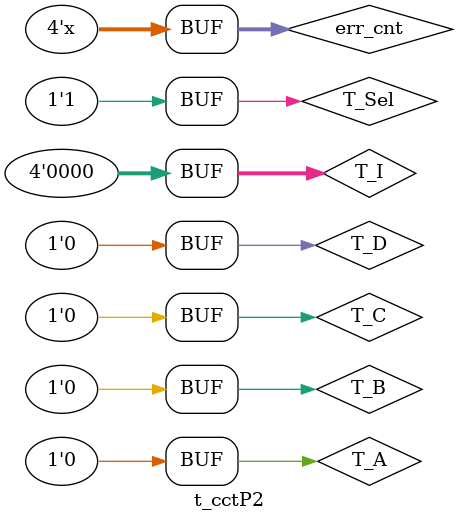
<source format=v>
`timescale 1ns / 1ps

module t_cctP2();
    reg [3:0] T_I;
    reg T_Sel;
    wire T_Y,T_A,T_B,T_C,T_D;
    reg [3:0] err_cnt;
    cctP2 DUT(T_Y,T_Sel,T_A,T_B,T_C,T_D);
    
    assign T_A=T_I[3];
    assign T_B=T_I[2];
    assign T_C=T_I[1];
    assign T_D=T_I[0];
        
    initial begin
        T_I=4'b0000;
        T_Sel=1'b1;
    end
    
    always
    begin
        for(T_I=4'b0000;T_I<=4'b1111;T_I=T_I+1)
        begin
            #10;
            if(T_I == 4'b0110 & T_Y == 0) err_cnt = err_cnt+1;
            else if(T_I != 4'b0110 & T_Y == 1) err_cnt = err_cnt + 1;
        end
    end
    
    /*always
    begin
        #5 T_Sel = ~T_Sel;
    end*/
endmodule

</source>
